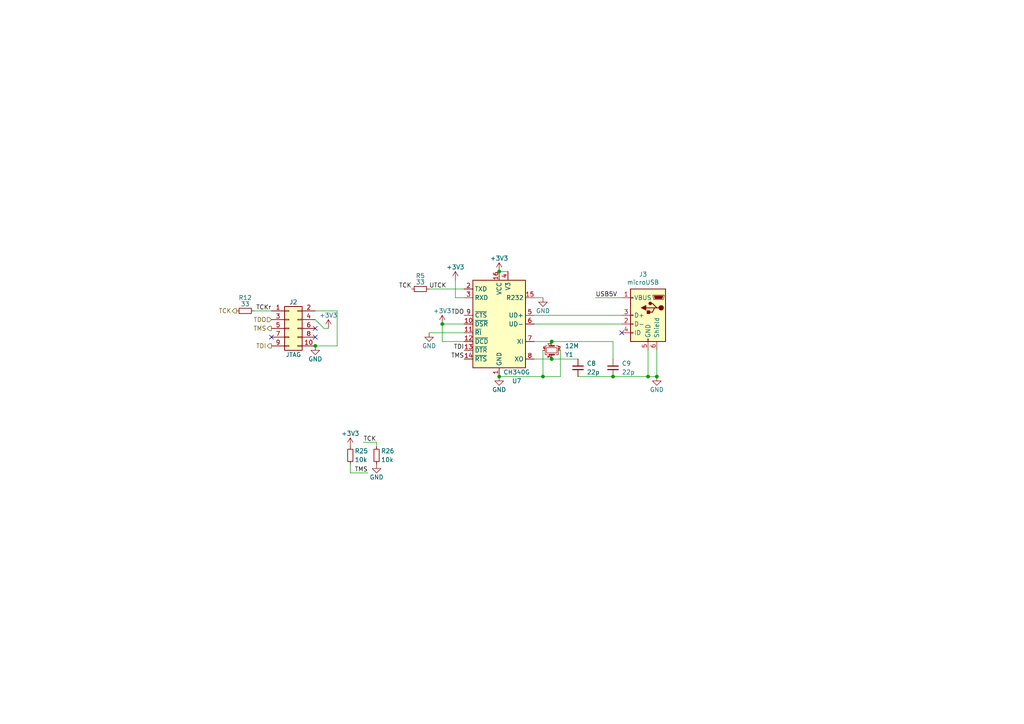
<source format=kicad_sch>
(kicad_sch (version 20230121) (generator eeschema)
  (paper "A4")
  (lib_symbols
    (symbol "Connector:USB_B_Micro" (pin_names (offset 1.016))
      (property "Reference" "J" (at -5.08 11.43 0))
      (property "Value" "USB_B_Micro" (at -5.08 8.89 0))
      (symbol "USB_B_Micro_0_1"
        (rectangle (start -5.08 -7.62) (end 5.08 7.62) (stroke (width 0.254)) (fill (type background)))
        (circle (center -3.81 2.159) (radius 0.635) (stroke (width 0.254)) (fill (type outline)))
        (circle (center -0.635 3.429) (radius 0.381) (stroke (width 0.254)) (fill (type outline)))
        (rectangle (start -0.127 -7.62) (end 0.127 -6.858))
        (polyline (pts (xy -1.905 2.159) (xy 0.635 2.159)) (stroke (width 0.254)))
        (polyline (pts (xy -3.175 2.159) (xy -2.54 2.159) (xy -1.27 3.429) (xy -0.635 3.429)) (stroke (width 0.254)))
        (polyline (pts (xy -2.54 2.159) (xy -1.905 2.159) (xy -1.27 0.889) (xy 0 0.889)) (stroke (width 0.254)))
        (polyline (pts (xy 0.635 2.794) (xy 0.635 1.524) (xy 1.905 2.159) (xy 0.635 2.794)) (stroke (width 0.254)) (fill (type outline)))
        (polyline (pts (xy -4.318 5.588) (xy -1.778 5.588) (xy -2.032 4.826) (xy -4.064 4.826) (xy -4.318 5.588)) (fill (type outline)))
        (polyline (pts (xy -4.699 5.842) (xy -4.699 5.588) (xy -4.445 4.826) (xy -4.445 4.572) (xy -1.651 4.572) (xy -1.651 4.826) (xy -1.397 5.588) (xy -1.397 5.842) (xy -4.699 5.842)))
        (rectangle (start 0.254 1.27) (end -0.508 0.508) (stroke (width 0.254)) (fill (type outline)))
        (rectangle (start 5.08 -5.207) (end 4.318 -4.953))
        (rectangle (start 5.08 -2.667) (end 4.318 -2.413))
        (rectangle (start 5.08 -0.127) (end 4.318 0.127))
        (rectangle (start 5.08 4.953) (end 4.318 5.207))
      )
      (symbol "USB_B_Micro_1_1"
        (pin power_out line (at 7.62 5.08 180) (length 2.54) (name "VBUS") (number "1"))
        (pin bidirectional line (at 7.62 -2.54 180) (length 2.54) (name "D-") (number "2"))
        (pin bidirectional line (at 7.62 0 180) (length 2.54) (name "D+") (number "3"))
        (pin passive line (at 7.62 -5.08 180) (length 2.54) (name "ID") (number "4"))
        (pin power_out line (at 0 -10.16 90) (length 2.54) (name "GND") (number "5"))
        (pin passive line (at -2.54 -10.16 90) (length 2.54) (name "Shield") (number "6"))
      )
    )
    (symbol "Connector_Generic:Conn_02x05_Odd_Even" (pin_names (offset 1.016) hide)
      (property "Reference" "J" (at 1.27 7.62 0))
      (property "Value" "Conn_02x05_Odd_Even" (at 1.27 -7.62 0))
      (symbol "Conn_02x05_Odd_Even_1_1"
        (rectangle (start -1.27 -4.953) (end 0 -5.207) (stroke (width 0.1524)))
        (rectangle (start -1.27 -2.413) (end 0 -2.667) (stroke (width 0.1524)))
        (rectangle (start -1.27 0.127) (end 0 -0.127) (stroke (width 0.1524)))
        (rectangle (start -1.27 2.667) (end 0 2.413) (stroke (width 0.1524)))
        (rectangle (start -1.27 5.207) (end 0 4.953) (stroke (width 0.1524)))
        (rectangle (start -1.27 6.35) (end 3.81 -6.35) (stroke (width 0.254)) (fill (type background)))
        (rectangle (start 3.81 -4.953) (end 2.54 -5.207) (stroke (width 0.1524)))
        (rectangle (start 3.81 -2.413) (end 2.54 -2.667) (stroke (width 0.1524)))
        (rectangle (start 3.81 0.127) (end 2.54 -0.127) (stroke (width 0.1524)))
        (rectangle (start 3.81 2.667) (end 2.54 2.413) (stroke (width 0.1524)))
        (rectangle (start 3.81 5.207) (end 2.54 4.953) (stroke (width 0.1524)))
        (pin passive line (at -5.08 5.08 0) (length 3.81) (name "Pin_1") (number "1"))
        (pin passive line (at 7.62 -5.08 180) (length 3.81) (name "Pin_10") (number "10"))
        (pin passive line (at 7.62 5.08 180) (length 3.81) (name "Pin_2") (number "2"))
        (pin passive line (at -5.08 2.54 0) (length 3.81) (name "Pin_3") (number "3"))
        (pin passive line (at 7.62 2.54 180) (length 3.81) (name "Pin_4") (number "4"))
        (pin passive line (at -5.08 0 0) (length 3.81) (name "Pin_5") (number "5"))
        (pin passive line (at 7.62 0 180) (length 3.81) (name "Pin_6") (number "6"))
        (pin passive line (at -5.08 -2.54 0) (length 3.81) (name "Pin_7") (number "7"))
        (pin passive line (at 7.62 -2.54 180) (length 3.81) (name "Pin_8") (number "8"))
        (pin passive line (at -5.08 -5.08 0) (length 3.81) (name "Pin_9") (number "9"))
      )
    )
    (symbol "Device:C_Small" (pin_numbers hide) (pin_names (offset 0.254) hide)
      (property "Reference" "C" (at 0.254 1.778 0))
      (property "Value" "C_Small" (at 0.254 -2.032 0))
      (symbol "C_Small_0_1"
        (polyline (pts (xy -1.524 -0.508) (xy 1.524 -0.508)) (stroke (width 0.3302)))
        (polyline (pts (xy -1.524 0.508) (xy 1.524 0.508)) (stroke (width 0.3048)))
      )
      (symbol "C_Small_1_1"
        (pin passive line (at 0 2.54 270) (length 2.032) (name "~") (number "1"))
        (pin passive line (at 0 -2.54 90) (length 2.032) (name "~") (number "2"))
      )
    )
    (symbol "Device:Crystal_GND24_Small" (pin_names (offset 1.016) hide)
      (property "Reference" "Y" (at 1.27 4.445 0))
      (property "Value" "Crystal_GND24_Small" (at 1.27 2.54 0))
      (symbol "Crystal_GND24_Small_0_1"
        (rectangle (start -0.762 -1.524) (end 0.762 1.524))
        (polyline (pts (xy -1.27 -0.762) (xy -1.27 0.762)) (stroke (width 0.381)))
        (polyline (pts (xy 1.27 -0.762) (xy 1.27 0.762)) (stroke (width 0.381)))
        (polyline (pts (xy -1.27 -1.27) (xy -1.27 -1.905) (xy 1.27 -1.905) (xy 1.27 -1.27)))
        (polyline (pts (xy -1.27 1.27) (xy -1.27 1.905) (xy 1.27 1.905) (xy 1.27 1.27)))
      )
      (symbol "Crystal_GND24_Small_1_1"
        (pin passive line (at -2.54 0 0) (length 1.27) (name "1") (number "1"))
        (pin passive line (at 0 -2.54 90) (length 0.635) (name "2") (number "2"))
        (pin passive line (at 2.54 0 180) (length 1.27) (name "3") (number "3"))
        (pin passive line (at 0 2.54 270) (length 0.635) (name "4") (number "4"))
      )
    )
    (symbol "Device:R_Small" (pin_numbers hide) (pin_names (offset 0.254) hide)
      (property "Reference" "R" (at 0.762 0.508 0))
      (property "Value" "R_Small" (at 0.762 -1.016 0))
      (symbol "R_Small_0_1"
        (rectangle (start -0.762 1.778) (end 0.762 -1.778) (stroke (width 0.2032)))
      )
      (symbol "R_Small_1_1"
        (pin passive line (at 0 2.54 270) (length 0.762) (name "~") (number "1"))
        (pin passive line (at 0 -2.54 90) (length 0.762) (name "~") (number "2"))
      )
    )
    (symbol "Interface_USB:CH340G"
      (property "Reference" "U" (at -5.08 13.97 0))
      (property "Value" "CH340G" (at 1.27 13.97 0))
      (symbol "CH340G_0_1"
        (rectangle (start -7.62 12.7) (end 7.62 -12.7) (stroke (width 0.254)) (fill (type background)))
      )
      (symbol "CH340G_1_1"
        (pin power_in line (at 0 -15.24 90) (length 2.54) (name "GND") (number "1"))
        (pin input line (at 10.16 0 180) (length 2.54) (name "~{DSR}") (number "10"))
        (pin input line (at 10.16 -2.54 180) (length 2.54) (name "~{RI}") (number "11"))
        (pin input line (at 10.16 -5.08 180) (length 2.54) (name "~{DCD}") (number "12"))
        (pin output line (at 10.16 -7.62 180) (length 2.54) (name "~{DTR}") (number "13"))
        (pin output line (at 10.16 -10.16 180) (length 2.54) (name "~{RTS}") (number "14"))
        (pin input line (at -10.16 7.62 0) (length 2.54) (name "R232") (number "15"))
        (pin power_in line (at 0 15.24 270) (length 2.54) (name "VCC") (number "16"))
        (pin output line (at 10.16 10.16 180) (length 2.54) (name "TXD") (number "2"))
        (pin input line (at 10.16 7.62 180) (length 2.54) (name "RXD") (number "3"))
        (pin passive line (at -2.54 15.24 270) (length 2.54) (name "V3") (number "4"))
        (pin bidirectional line (at -10.16 2.54 0) (length 2.54) (name "UD+") (number "5"))
        (pin bidirectional line (at -10.16 0 0) (length 2.54) (name "UD-") (number "6"))
        (pin input line (at -10.16 -5.08 0) (length 2.54) (name "XI") (number "7"))
        (pin output line (at -10.16 -10.16 0) (length 2.54) (name "XO") (number "8"))
        (pin input line (at 10.16 2.54 180) (length 2.54) (name "~{CTS}") (number "9"))
      )
    )
    (symbol "power:+3V3" (power) (pin_names (offset 0))
      (property "Value" "+3V3" (at 0 3.556 0))
      (symbol "+3V3_0_1"
        (polyline (pts (xy -0.762 1.27) (xy 0 2.54)))
        (polyline (pts (xy 0 0) (xy 0 2.54)))
        (polyline (pts (xy 0 2.54) (xy 0.762 1.27)))
      )
      (symbol "+3V3_1_1"
        (pin power_in line (at 0 0 90) (length 0) hide (name "+3V3") (number "1"))
      )
    )
    (symbol "power:GND" (power) (pin_names (offset 0))
      (property "Value" "GND" (at 0 -3.81 0))
      (symbol "GND_0_1"
        (polyline (pts (xy 0 0) (xy 0 -1.27) (xy 1.27 -1.27) (xy 0 -2.54) (xy -1.27 -1.27) (xy 0 -1.27)))
      )
      (symbol "GND_1_1"
        (pin power_in line (at 0 0 270) (length 0) hide (name "GND") (number "1"))
      )
    )
  )
  (junction (at 144.78 78.74))
  (junction (at 144.78 109.22))
  (junction (at 177.8 109.22))
  (junction (at 160.02 99.06))
  (junction (at 157.48 109.22))
  (junction (at 160.02 104.14))
  (junction (at 128.27 93.98))
  (junction (at 187.96 109.22))
  (junction (at 91.44 100.33))
  (junction (at 190.5 109.22))
  (no_connect (at 180.34 96.52))
  (no_connect (at 91.44 97.79))
  (no_connect (at 78.74 97.79))
  (no_connect (at 91.44 95.25))
  (wire (pts (xy 132.08 86.36) (xy 134.62 86.36)))
  (wire (pts (xy 124.46 96.52) (xy 134.62 96.52)))
  (wire (pts (xy 147.32 78.74) (xy 144.78 78.74)))
  (wire (pts (xy 160.02 104.14) (xy 167.64 104.14)))
  (wire (pts (xy 160.02 99.06) (xy 177.8 99.06)))
  (wire (pts (xy 97.79 90.17) (xy 97.79 100.33)))
  (wire (pts (xy 154.94 86.36) (xy 157.48 86.36)))
  (wire (pts (xy 180.34 91.44) (xy 154.94 91.44)))
  (wire (pts (xy 154.94 104.14) (xy 160.02 104.14)))
  (wire (pts (xy 154.94 93.98) (xy 180.34 93.98)))
  (wire (pts (xy 109.22 128.27) (xy 105.41 128.27)))
  (wire (pts (xy 144.78 109.22) (xy 157.48 109.22)))
  (wire (pts (xy 124.46 83.82) (xy 134.62 83.82)))
  (wire (pts (xy 73.66 90.17) (xy 78.74 90.17)))
  (wire (pts (xy 97.79 90.17) (xy 91.44 90.17)))
  (wire (pts (xy 132.08 86.36) (xy 132.08 81.28)))
  (wire (pts (xy 154.94 99.06) (xy 160.02 99.06)))
  (wire (pts (xy 162.56 109.22) (xy 157.48 109.22)))
  (wire (pts (xy 190.5 109.22) (xy 187.96 109.22)))
  (wire (pts (xy 95.25 95.25) (xy 93.98 95.25)))
  (wire (pts (xy 109.22 128.27) (xy 109.22 129.54)))
  (wire (pts (xy 101.6 137.16) (xy 106.68 137.16)))
  (wire (pts (xy 172.72 86.36) (xy 180.34 86.36)))
  (wire (pts (xy 128.27 93.98) (xy 128.27 99.06)))
  (wire (pts (xy 187.96 109.22) (xy 177.8 109.22)))
  (wire (pts (xy 177.8 99.06) (xy 177.8 104.14)))
  (wire (pts (xy 134.62 99.06) (xy 128.27 99.06)))
  (wire (pts (xy 93.98 95.25) (xy 91.44 92.71)))
  (wire (pts (xy 157.48 101.6) (xy 157.48 109.22)))
  (wire (pts (xy 128.27 93.98) (xy 134.62 93.98)))
  (wire (pts (xy 162.56 101.6) (xy 162.56 109.22)))
  (wire (pts (xy 101.6 137.16) (xy 101.6 134.62)))
  (wire (pts (xy 190.5 101.6) (xy 190.5 109.22)))
  (wire (pts (xy 97.79 100.33) (xy 91.44 100.33)))
  (wire (pts (xy 177.8 109.22) (xy 167.64 109.22)))
  (wire (pts (xy 187.96 101.6) (xy 187.96 109.22)))
  (label "TCK" (at 119.38 83.82 180))
  (label "USB5V" (at 172.72 86.36 0))
  (label "TMS" (at 134.62 104.14 180))
  (label "TCKr" (at 78.74 90.17 180))
  (label "UTCK" (at 124.46 83.82 0))
  (label "TCK" (at 105.41 128.27 0))
  (label "TMS" (at 106.68 137.16 180))
  (label "TDO" (at 134.62 91.44 180))
  (label "TDI" (at 134.62 101.6 180))
  (hierarchical_label "TCK" (shape output) (at 68.58 90.17 180))
  (hierarchical_label "TMS" (shape output) (at 78.74 95.25 180))
  (hierarchical_label "TDO" (shape input) (at 78.74 92.71 180))
  (hierarchical_label "TDI" (shape output) (at 78.74 100.33 180))
  (symbol (lib_id "power:GND") (at 157.48 86.36 0) (mirror y) (unit 1)
    (property "Reference" "#PWR08" (effects hide))
    (property "Value" "GND" (at 157.48 90.17 0))
  )
  (symbol (lib_id "power:+3V3") (at 95.25 95.25 0) (unit 1)
    (property "Reference" "#PWR061" (effects hide))
    (property "Value" "+3V3" (at 95.25 91.44 0))
  )
  (symbol (lib_id "power:GND") (at 144.78 109.22 0) (mirror y) (unit 1)
    (property "Reference" "#PWR07" (effects hide))
    (property "Value" "GND" (at 144.78 113.03 0))
  )
  (symbol (lib_id "Device:R_Small") (at 121.92 83.82 270) (unit 1)
    (property "Reference" "R5" (at 121.92 80.01 90))
    (property "Value" "33" (at 121.92 82.55 90) (effects (justify bottom)))
    (property "Footprint" "stdpads:R_0603" (effects hide))
    (property "LCSC Part" "C23140" (effects hide))
  )
  (symbol (lib_id "Device:C_Small") (at 177.8 106.68 0) (unit 1)
    (property "Reference" "C9" (at 180.34 105.41 0) (effects (justify left)))
    (property "Value" "22p" (at 180.34 107.95 0) (effects (justify left)))
    (property "Footprint" "stdpads:C_0603" (effects hide))
    (property "LCSC Part" "C1653" (effects hide))
  )
  (symbol (lib_id "Connector:USB_B_Micro") (at 187.96 91.44 0) (mirror y) (unit 1)
    (property "Reference" "J3" (at 186.5122 79.5782 0))
    (property "Value" "microUSB" (at 186.5122 81.8896 0))
    (property "Footprint" "stdpads:USB_Micro-B_Amphenol_10118192-0001" (effects hide))
    (property "LCSC Part" "C404969" (effects hide))
  )
  (symbol (lib_id "power:+3V3") (at 144.78 78.74 0) (mirror y) (unit 1)
    (property "Reference" "#PWR06" (effects hide))
    (property "Value" "+3V3" (at 144.78 74.93 0))
  )
  (symbol (lib_id "Device:Crystal_GND24_Small") (at 160.02 101.6 90) (mirror x) (unit 1)
    (property "Reference" "Y1" (at 163.83 102.87 90) (effects (justify right)))
    (property "Value" "12M" (at 163.83 100.33 90) (effects (justify right)))
    (property "Footprint" "stdpads:Crystal_SMD_3225-4Pin_3.2x2.5mm" (effects hide))
  )
  (symbol (lib_id "Device:R_Small") (at 71.12 90.17 270) (unit 1)
    (property "Reference" "R12" (at 71.12 86.36 90))
    (property "Value" "33" (at 71.12 88.9 90) (effects (justify bottom)))
    (property "Footprint" "stdpads:R_0603" (effects hide))
    (property "LCSC Part" "C23140" (effects hide))
  )
  (symbol (lib_id "Device:R_Small") (at 109.22 132.08 0) (unit 1)
    (property "Reference" "R26" (at 110.49 130.81 0) (effects (justify left)))
    (property "Value" "10k" (at 110.49 133.35 0) (effects (justify left)))
    (property "Footprint" "stdpads:R_0603" (effects hide))
    (property "LCSC Part" "10k" (effects hide))
  )
  (symbol (lib_id "Interface_USB:CH340G") (at 144.78 93.98 0) (mirror y) (unit 1)
    (property "Reference" "U7" (at 149.86 110.49 0))
    (property "Value" "CH340G" (at 149.86 107.95 0))
    (property "Footprint" "stdpads:SOIC-16_3.9mm" (effects hide))
    (property "Datasheet" "http://www.datasheet5.com/pdf-local-2195953" (effects hide))
    (property "LCSC Part" "C14267" (effects hide))
  )
  (symbol (lib_id "power:+3V3") (at 101.6 129.54 0) (unit 1)
    (property "Reference" "#PWR062" (effects hide))
    (property "Value" "+3V3" (at 101.6 125.73 0))
  )
  (symbol (lib_id "Connector_Generic:Conn_02x05_Odd_Even") (at 83.82 95.25 0) (unit 1)
    (property "Reference" "J2" (at 85.09 87.63 0))
    (property "Value" "JTAG" (at 85.09 102.87 0))
    (property "Footprint" "Connector:Tag-Connect_TC2050-IDC-FP_2x05_P1.27mm_Vertical" (effects hide))
  )
  (symbol (lib_id "Device:R_Small") (at 101.6 132.08 0) (unit 1)
    (property "Reference" "R25" (at 102.87 130.81 0) (effects (justify left)))
    (property "Value" "10k" (at 102.87 133.35 0) (effects (justify left)))
    (property "Footprint" "stdpads:R_0603" (effects hide))
    (property "LCSC Part" "10k" (effects hide))
  )
  (symbol (lib_id "power:GND") (at 91.44 100.33 0) (unit 1)
    (property "Reference" "#PWR060" (effects hide))
    (property "Value" "GND" (at 91.44 104.14 0))
  )
  (symbol (lib_id "power:+3V3") (at 128.27 93.98 0) (mirror y) (unit 1)
    (property "Reference" "#PWR04" (effects hide))
    (property "Value" "+3V3" (at 128.27 90.17 0))
  )
  (symbol (lib_id "power:GND") (at 190.5 109.22 0) (mirror y) (unit 1)
    (property "Reference" "#PWR028" (effects hide))
    (property "Value" "GND" (at 190.5 113.03 0))
  )
  (symbol (lib_id "Device:C_Small") (at 167.64 106.68 0) (unit 1)
    (property "Reference" "C8" (at 170.18 105.41 0) (effects (justify left)))
    (property "Value" "22p" (at 170.18 107.95 0) (effects (justify left)))
    (property "Footprint" "stdpads:C_0603" (effects hide))
    (property "LCSC Part" "C1653" (effects hide))
  )
  (symbol (lib_id "power:GND") (at 109.22 134.62 0) (unit 1)
    (property "Reference" "#PWR063" (effects hide))
    (property "Value" "GND" (at 109.22 138.43 0))
  )
  (symbol (lib_id "power:+3V3") (at 132.08 81.28 0) (mirror y) (unit 1)
    (property "Reference" "#PWR05" (effects hide))
    (property "Value" "+3V3" (at 132.08 77.47 0))
  )
  (symbol (lib_id "power:GND") (at 124.46 96.52 0) (mirror y) (unit 1)
    (property "Reference" "#PWR03" (effects hide))
    (property "Value" "GND" (at 124.46 100.33 0))
  )
)
</source>
